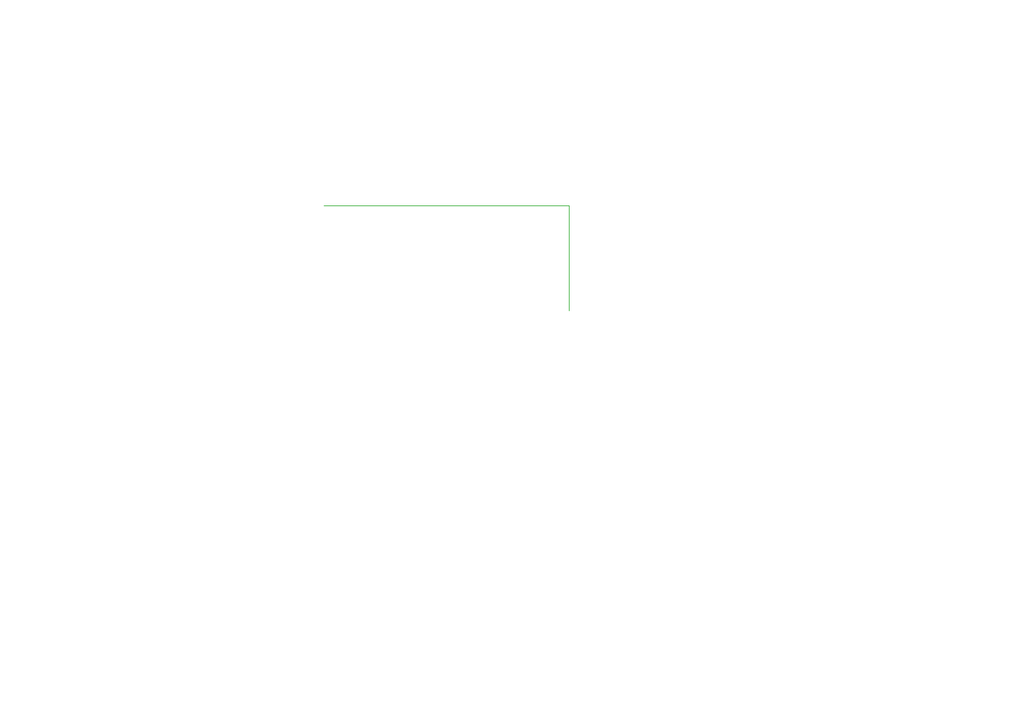
<source format=kicad_sch>
(kicad_sch
	(version 20250114)
	(generator "eeschema")
	(generator_version "9.0")
	(uuid "022b6fd2-bc5d-4b8a-a36b-e3bd65acfb6e")
	(paper "A4")
	(lib_symbols)
	(wire
		(pts
			(xy 93.98 59.69) (xy 165.1 59.69)
		)
		(stroke
			(width 0)
			(type default)
		)
		(uuid "c8c0b69d-35e0-4972-a83b-910101d74ebe")
	)
	(wire
		(pts
			(xy 165.1 59.69) (xy 165.1 90.17)
		)
		(stroke
			(width 0)
			(type default)
		)
		(uuid "fbf2bf18-40e8-43e7-953c-e8b951c4dfd4")
	)
)

</source>
